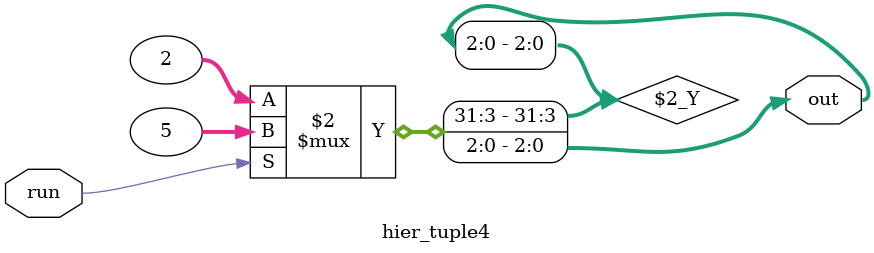
<source format=v>
module hier_tuple4 (
  input run,
  output [2:0] out
);

assign out  = run? 3'd5 : 2;


endmodule

</source>
